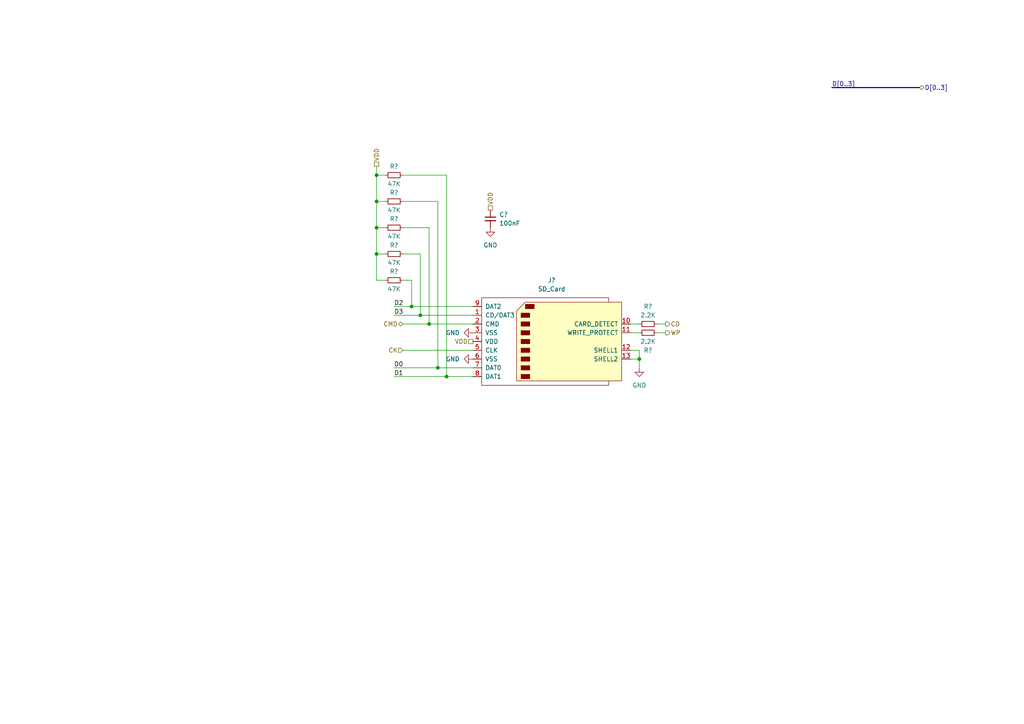
<source format=kicad_sch>
(kicad_sch (version 20230121) (generator eeschema)
  (paper "A4")
  (title_block (title "Avionus_Flight_Controller") (date "2023-11-27") (rev "1.0"))
  (lib_symbols
    (symbol "Connector:SD_Card" (pin_names (offset 1.016))
      (property "Reference" "J" (at -16.51 13.97 0))
      (property "Value" "SD_Card" (at 15.24 -13.97 0))
      (symbol "SD_Card_0_1"
        (rectangle (start -8.89 -9.525) (end -6.35 -10.795) (fill (type outline)))
        (rectangle (start -8.89 -6.985) (end -6.35 -8.255) (fill (type outline)))
        (rectangle (start -8.89 -4.445) (end -6.35 -5.715) (fill (type outline)))
        (rectangle (start -8.89 -1.905) (end -6.35 -3.175) (fill (type outline)))
        (rectangle (start -8.89 0.635) (end -6.35 -0.635) (fill (type outline)))
        (rectangle (start -8.89 3.175) (end -6.35 1.905) (fill (type outline)))
        (rectangle (start -8.89 5.715) (end -6.35 4.445) (fill (type outline)))
        (rectangle (start -8.89 8.255) (end -6.35 6.985) (fill (type outline)))
        (rectangle (start -7.62 10.795) (end -5.08 9.525) (fill (type outline)))
        (polyline (pts (xy -10.16 8.89) (xy -7.62 11.43) (xy 20.32 11.43) (xy 20.32 -11.43) (xy -10.16 -11.43) (xy -10.16 8.89)) (fill (type background)))
        (polyline (pts (xy 16.51 11.43) (xy 16.51 12.7) (xy -20.32 12.7) (xy -20.32 -12.7) (xy 16.51 -12.7) (xy 16.51 -11.43)))
      )
      (symbol "SD_Card_1_1"
        (pin input line (at -22.86 7.62 0) (length 2.54) (name "CD/DAT3") (number "1"))
        (pin input line (at 22.86 5.08 180) (length 2.54) (name "CARD_DETECT") (number "10"))
        (pin input line (at 22.86 2.54 180) (length 2.54) (name "WRITE_PROTECT") (number "11"))
        (pin input line (at 22.86 -2.54 180) (length 2.54) (name "SHELL1") (number "12"))
        (pin input line (at 22.86 -5.08 180) (length 2.54) (name "SHELL2") (number "13"))
        (pin input line (at -22.86 5.08 0) (length 2.54) (name "CMD") (number "2"))
        (pin power_in line (at -22.86 2.54 0) (length 2.54) (name "VSS") (number "3"))
        (pin power_in line (at -22.86 0 0) (length 2.54) (name "VDD") (number "4"))
        (pin input line (at -22.86 -2.54 0) (length 2.54) (name "CLK") (number "5"))
        (pin power_in line (at -22.86 -5.08 0) (length 2.54) (name "VSS") (number "6"))
        (pin input line (at -22.86 -7.62 0) (length 2.54) (name "DAT0") (number "7"))
        (pin input line (at -22.86 -10.16 0) (length 2.54) (name "DAT1") (number "8"))
        (pin input line (at -22.86 10.16 0) (length 2.54) (name "DAT2") (number "9"))
      )
    )
    (symbol "Device:C_Small" (pin_numbers hide) (pin_names (offset 0.254) hide)
      (property "Reference" "C" (at 0.254 1.778 0))
      (property "Value" "C_Small" (at 0.254 -2.032 0))
      (symbol "C_Small_0_1"
        (polyline (pts (xy -1.524 -0.508) (xy 1.524 -0.508)) (stroke (width 0.3302)))
        (polyline (pts (xy -1.524 0.508) (xy 1.524 0.508)) (stroke (width 0.3048)))
      )
      (symbol "C_Small_1_1"
        (pin passive line (at 0 2.54 270) (length 2.032) (name "~") (number "1"))
        (pin passive line (at 0 -2.54 90) (length 2.032) (name "~") (number "2"))
      )
    )
    (symbol "Device:R_Small" (pin_numbers hide) (pin_names (offset 0.254) hide)
      (property "Reference" "R" (at 0.762 0.508 0))
      (property "Value" "R_Small" (at 0.762 -1.016 0))
      (symbol "R_Small_0_1"
        (rectangle (start -0.762 1.778) (end 0.762 -1.778) (stroke (width 0.2032)))
      )
      (symbol "R_Small_1_1"
        (pin passive line (at 0 2.54 270) (length 0.762) (name "~") (number "1"))
        (pin passive line (at 0 -2.54 90) (length 0.762) (name "~") (number "2"))
      )
    )
    (symbol "GND_1" (power) (pin_names (offset 0))
      (property "Value" "GND_1" (at 0 -3.81 0))
      (symbol "GND_1_0_1"
        (polyline (pts (xy 0 0) (xy 0 -1.27) (xy 1.27 -1.27) (xy 0 -2.54) (xy -1.27 -1.27) (xy 0 -1.27)))
      )
      (symbol "GND_1_1_1"
        (pin power_in line (at 0 0 270) (length 0) hide (name "GND") (number "1"))
      )
    )
    (symbol "GND_2" (power) (pin_names (offset 0))
      (property "Value" "GND_2" (at 0 -3.81 0))
      (symbol "GND_2_0_1"
        (polyline (pts (xy 0 0) (xy 0 -1.27) (xy 1.27 -1.27) (xy 0 -2.54) (xy -1.27 -1.27) (xy 0 -1.27)))
      )
      (symbol "GND_2_1_1"
        (pin power_in line (at 0 0 270) (length 0) hide (name "GND") (number "1"))
      )
    )
    (symbol "power:GND" (power) (pin_names (offset 0))
      (property "Value" "GND" (at 0 -3.81 0))
      (symbol "GND_0_1"
        (polyline (pts (xy 0 0) (xy 0 -1.27) (xy 1.27 -1.27) (xy 0 -2.54) (xy -1.27 -1.27) (xy 0 -1.27)))
      )
      (symbol "GND_1_1"
        (pin power_in line (at 0 0 270) (length 0) hide (name "GND") (number "1"))
      )
    )
  )
  (junction (at 109.22 58.42))
  (junction (at 109.22 50.8))
  (junction (at 109.22 66.04))
  (junction (at 127 106.68))
  (junction (at 121.92 91.44))
  (junction (at 109.22 73.66))
  (junction (at 124.46 93.98))
  (junction (at 119.38 88.9))
  (junction (at 129.54 109.22))
  (junction (at 185.42 104.14))
  (wire (pts (xy 185.42 104.14) (xy 182.88 104.14)))
  (wire (pts (xy 109.22 48.26) (xy 109.22 50.8)))
  (wire (pts (xy 182.88 101.6) (xy 185.42 101.6)))
  (wire (pts (xy 185.42 96.52) (xy 182.88 96.52)))
  (wire (pts (xy 127 106.68) (xy 137.16 106.68)))
  (wire (pts (xy 121.92 73.66) (xy 121.92 91.44)))
  (wire (pts (xy 127 58.42) (xy 127 106.68)))
  (wire (pts (xy 124.46 66.04) (xy 124.46 93.98)))
  (wire (pts (xy 116.84 58.42) (xy 127 58.42)))
  (wire (pts (xy 109.22 81.28) (xy 111.76 81.28)))
  (wire (pts (xy 116.84 50.8) (xy 129.54 50.8)))
  (wire (pts (xy 190.5 96.52) (xy 193.04 96.52)))
  (wire (pts (xy 109.22 73.66) (xy 111.76 73.66)))
  (wire (pts (xy 114.3 106.68) (xy 127 106.68)))
  (wire (pts (xy 109.22 58.42) (xy 109.22 66.04)))
  (wire (pts (xy 190.5 93.98) (xy 193.04 93.98)))
  (wire (pts (xy 119.38 88.9) (xy 137.16 88.9)))
  (wire (pts (xy 116.84 93.98) (xy 124.46 93.98)))
  (wire (pts (xy 109.22 50.8) (xy 111.76 50.8)))
  (wire (pts (xy 116.84 66.04) (xy 124.46 66.04)))
  (wire (pts (xy 114.3 88.9) (xy 119.38 88.9)))
  (wire (pts (xy 185.42 106.68) (xy 185.42 104.14)))
  (wire (pts (xy 116.84 101.6) (xy 137.16 101.6)))
  (wire (pts (xy 119.38 81.28) (xy 119.38 88.9)))
  (wire (pts (xy 124.46 93.98) (xy 137.16 93.98)))
  (wire (pts (xy 114.3 91.44) (xy 121.92 91.44)))
  (wire (pts (xy 109.22 50.8) (xy 109.22 58.42)))
  (wire (pts (xy 129.54 50.8) (xy 129.54 109.22)))
  (wire (pts (xy 116.84 73.66) (xy 121.92 73.66)))
  (wire (pts (xy 109.22 73.66) (xy 109.22 81.28)))
  (wire (pts (xy 109.22 66.04) (xy 111.76 66.04)))
  (wire (pts (xy 109.22 66.04) (xy 109.22 73.66)))
  (wire (pts (xy 116.84 81.28) (xy 119.38 81.28)))
  (wire (pts (xy 185.42 101.6) (xy 185.42 104.14)))
  (wire (pts (xy 185.42 93.98) (xy 182.88 93.98)))
  (wire (pts (xy 109.22 58.42) (xy 111.76 58.42)))
  (bus (pts (xy 241.3 25.4) (xy 266.7 25.4)))
  (wire (pts (xy 114.3 109.22) (xy 129.54 109.22)))
  (wire (pts (xy 121.92 91.44) (xy 137.16 91.44)))
  (wire (pts (xy 129.54 109.22) (xy 137.16 109.22)))
  (label "D[0..3]" (at 241.3 25.4 0))
  (label "D2" (at 114.3 88.9 0))
  (label "D0" (at 114.3 106.68 0))
  (label "D3" (at 114.3 91.44 0))
  (label "D1" (at 114.3 109.22 0))
  (hierarchical_label "CMD" (shape bidirectional) (at 116.84 93.98 180))
  (hierarchical_label "WP" (shape output) (at 193.04 96.52 0))
  (hierarchical_label "VDD" (shape passive) (at 137.16 99.06 180))
  (hierarchical_label "D[0..3]" (shape bidirectional) (at 266.7 25.4 0))
  (hierarchical_label "CD" (shape output) (at 193.04 93.98 0))
  (hierarchical_label "CK" (shape input) (at 116.84 101.6 180))
  (hierarchical_label "VDD" (shape passive) (at 142.24 60.96 90))
  (hierarchical_label "VDD" (shape passive) (at 109.22 48.26 90))
  (symbol (lib_name "GND_1") (lib_id "power:GND") (at 137.16 96.52 270) (unit 1)
    (property "Reference" "#PWR0701" (effects hide))
    (property "Value" "GND" (at 133.35 96.52 90) (effects (justify right)))
  )
  (symbol (lib_id "Device:R_Small") (at 114.3 50.8 90) (unit 1)
    (property "Reference" "R?" (at 114.3 48.26 90))
    (property "Value" "47K" (at 114.3 53.34 90))
    (property "Footprint" "Resistor_SMD:R_0805_2012Metric" (effects hide))
    (instances (project "STM32_144_dev_board1" (path "" (reference "R?") (unit 1))) (project "Avionus_Flight_Controller" (path "" (reference "R701") (unit 1))))
  )
  (symbol (lib_id "Device:R_Small") (at 187.96 93.98 90) (unit 1)
    (property "Reference" "R?" (at 187.96 88.9 90))
    (property "Value" "2.2K" (at 187.96 91.44 90))
    (property "Footprint" "Resistor_SMD:R_0805_2012Metric" (effects hide))
    (instances (project "STM32_144_dev_board1" (path "" (reference "R?") (unit 1))) (project "Avionus_Flight_Controller" (path "" (reference "R706") (unit 1))))
  )
  (symbol (lib_id "Device:R_Small") (at 187.96 96.52 270) (unit 1)
    (property "Reference" "R?" (at 187.96 101.6 90))
    (property "Value" "2.2K" (at 187.96 99.06 90))
    (property "Footprint" "Resistor_SMD:R_0805_2012Metric" (effects hide))
    (instances (project "STM32_144_dev_board1" (path "" (reference "R?") (unit 1))) (project "Avionus_Flight_Controller" (path "" (reference "R707") (unit 1))))
  )
  (symbol (lib_id "Device:R_Small") (at 114.3 81.28 90) (unit 1)
    (property "Reference" "R?" (at 114.3 78.74 90))
    (property "Value" "47K" (at 114.3 83.82 90))
    (property "Footprint" "Resistor_SMD:R_0805_2012Metric" (effects hide))
    (instances (project "STM32_144_dev_board1" (path "" (reference "R?") (unit 1))) (project "Avionus_Flight_Controller" (path "" (reference "R705") (unit 1))))
  )
  (symbol (lib_id "Device:C_Small") (at 142.24 63.5 0) (unit 1)
    (property "Reference" "C?" (at 144.78 62.2362 0) (effects (justify left)))
    (property "Value" "100nF" (at 144.78 64.7762 0) (effects (justify left)))
    (property "Footprint" "Capacitor_SMD:C_0603_1608Metric" (effects hide))
    (instances (project "STM32_144_dev_board1" (path "" (reference "C?") (unit 1))) (project "Avionus_Flight_Controller" (path "" (reference "C701") (unit 1))))
  )
  (symbol (lib_id "Connector:SD_Card") (at 160.02 99.06 0) (unit 1)
    (property "Reference" "J?" (at 160.02 81.28 0))
    (property "Value" "SD_Card" (at 160.02 83.82 0))
    (property "Footprint" "leptunKicadLib:SDP-09L-SG" (effects hide))
    (property "Datasheet" "http://portal.fciconnect.com/Comergent//fci/drawing/10067847.pdf" (effects hide))
    (instances (project "STM32_144_dev_board1" (path "" (reference "J?") (unit 1))) (project "Avionus_Flight_Controller" (path "" (reference "J701") (unit 1))))
  )
  (symbol (lib_id "Device:R_Small") (at 114.3 66.04 90) (unit 1)
    (property "Reference" "R?" (at 114.3 63.5 90))
    (property "Value" "47K" (at 114.3 68.58 90))
    (property "Footprint" "Resistor_SMD:R_0805_2012Metric" (effects hide))
    (instances (project "STM32_144_dev_board1" (path "" (reference "R?") (unit 1))) (project "Avionus_Flight_Controller" (path "" (reference "R703") (unit 1))))
  )
  (symbol (lib_id "Device:R_Small") (at 114.3 58.42 90) (unit 1)
    (property "Reference" "R?" (at 114.3 55.88 90))
    (property "Value" "47K" (at 114.3 60.96 90))
    (property "Footprint" "Resistor_SMD:R_0805_2012Metric" (effects hide))
    (instances (project "STM32_144_dev_board1" (path "" (reference "R?") (unit 1))) (project "Avionus_Flight_Controller" (path "" (reference "R702") (unit 1))))
  )
  (symbol (lib_name "GND_1") (lib_id "power:GND") (at 137.16 104.14 270) (unit 1)
    (property "Reference" "#PWR0702" (effects hide))
    (property "Value" "GND" (at 133.35 104.14 90) (effects (justify right)))
  )
  (symbol (lib_id "power:GND") (at 142.24 66.04 0) (unit 1)
    (property "Reference" "#PWR0703" (effects hide))
    (property "Value" "GND" (at 142.24 71.12 0))
  )
  (symbol (lib_name "GND_2") (lib_id "power:GND") (at 185.42 106.68 0) (unit 1)
    (property "Reference" "#PWR0704" (effects hide))
    (property "Value" "GND" (at 185.42 111.76 0))
  )
  (symbol (lib_id "Device:R_Small") (at 114.3 73.66 90) (unit 1)
    (property "Reference" "R?" (at 114.3 71.12 90))
    (property "Value" "47K" (at 114.3 76.2 90))
    (property "Footprint" "Resistor_SMD:R_0805_2012Metric" (effects hide))
    (instances (project "STM32_144_dev_board1" (path "" (reference "R?") (unit 1))) (project "Avionus_Flight_Controller" (path "" (reference "R704") (unit 1))))
  )
)
</source>
